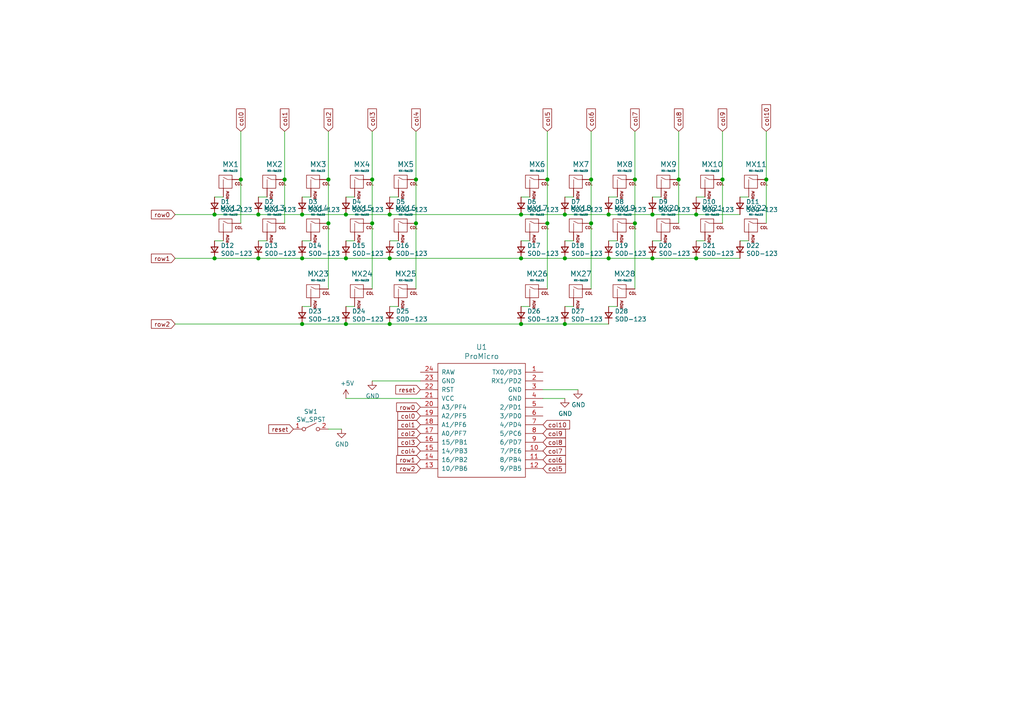
<source format=kicad_sch>
(kicad_sch (version 20211123) (generator eeschema)
  (paper "A4")
  (lib_symbols
    (symbol "MX_Alps_Hybrid:MX-NoLED" (pin_names (offset 1.016))
      (property "Reference" "MX" (at -0.635 3.81 0))
      (property "Value" "MX-NoLED" (at -0.635 1.27 0))
      (symbol "MX-NoLED_0_0"
        (rectangle (start -2.54 2.54) (end 1.27 -1.27))
        (polyline (pts (xy -1.27 -1.27) (xy -1.27 1.27)) (stroke (width 0.127)))
        (polyline (pts (xy 1.27 1.27) (xy 0 1.27) (xy -1.27 1.905)) (stroke (width 0.127)))
        (text "COL" (at 3.175 0 0) (effects (font (size 0.762 0.762))))
        (text "ROW" (at 0 -1.905 900) (effects (font (size 0.762 0.762)) (justify right)))
      )
      (symbol "MX-NoLED_1_1"
        (pin passive line (at 3.81 1.27 180) (length 2.54) (name "COL") (number "1"))
        (pin passive line (at -1.27 -3.81 90) (length 2.54) (name "ROW") (number "2"))
      )
    )
    (symbol "Switch:SW_SPST" (pin_names (offset 0) hide)
      (property "Reference" "SW" (at 0 3.175 0))
      (property "Value" "SW_SPST" (at 0 -2.54 0))
      (symbol "SW_SPST_0_0"
        (circle (center -2.032 0) (radius 0.508))
        (polyline (pts (xy -1.524 0.254) (xy 1.524 1.778)))
        (circle (center 2.032 0) (radius 0.508))
      )
      (symbol "SW_SPST_1_1"
        (pin passive line (at -5.08 0 0) (length 2.54) (name "A") (number "1"))
        (pin passive line (at 5.08 0 180) (length 2.54) (name "B") (number "2"))
      )
    )
    (symbol "keebio:ProMicro" (pin_names (offset 1.016))
      (property "Reference" "U" (at 0 0 0))
      (property "Value" "ProMicro" (at 0 -19.05 0))
      (symbol "ProMicro_0_1"
        (rectangle (start -12.7 -16.51) (end 12.7 16.51))
      )
      (symbol "ProMicro_1_1"
        (pin input line (at -17.78 13.97 0) (length 5.08) (name "TX0/PD3") (number "1"))
        (pin input line (at -17.78 -8.89 0) (length 5.08) (name "7/PE6") (number "10"))
        (pin input line (at -17.78 -11.43 0) (length 5.08) (name "8/PB4") (number "11"))
        (pin input line (at -17.78 -13.97 0) (length 5.08) (name "9/PB5") (number "12"))
        (pin input line (at 17.78 -13.97 180) (length 5.08) (name "10/PB6") (number "13"))
        (pin input line (at 17.78 -11.43 180) (length 5.08) (name "16/PB2") (number "14"))
        (pin input line (at 17.78 -8.89 180) (length 5.08) (name "14/PB3") (number "15"))
        (pin input line (at 17.78 -6.35 180) (length 5.08) (name "15/PB1") (number "16"))
        (pin input line (at 17.78 -3.81 180) (length 5.08) (name "A0/PF7") (number "17"))
        (pin input line (at 17.78 -1.27 180) (length 5.08) (name "A1/PF6") (number "18"))
        (pin input line (at 17.78 1.27 180) (length 5.08) (name "A2/PF5") (number "19"))
        (pin input line (at -17.78 11.43 0) (length 5.08) (name "RX1/PD2") (number "2"))
        (pin input line (at 17.78 3.81 180) (length 5.08) (name "A3/PF4") (number "20"))
        (pin input line (at 17.78 6.35 180) (length 5.08) (name "VCC") (number "21"))
        (pin input line (at 17.78 8.89 180) (length 5.08) (name "RST") (number "22"))
        (pin input line (at 17.78 11.43 180) (length 5.08) (name "GND") (number "23"))
        (pin input line (at 17.78 13.97 180) (length 5.08) (name "RAW") (number "24"))
        (pin input line (at -17.78 8.89 0) (length 5.08) (name "GND") (number "3"))
        (pin input line (at -17.78 6.35 0) (length 5.08) (name "GND") (number "4"))
        (pin input line (at -17.78 3.81 0) (length 5.08) (name "2/PD1") (number "5"))
        (pin input line (at -17.78 1.27 0) (length 5.08) (name "3/PD0") (number "6"))
        (pin input line (at -17.78 -1.27 0) (length 5.08) (name "4/PD4") (number "7"))
        (pin input line (at -17.78 -3.81 0) (length 5.08) (name "5/PC6") (number "8"))
        (pin input line (at -17.78 -6.35 0) (length 5.08) (name "6/PD7") (number "9"))
      )
    )
    (symbol "unisplit_orthosteno-rescue:+5V-power" (power) (pin_names (offset 0))
      (property "Value" "+5V-power" (at 0 3.556 0))
      (symbol "+5V-power_0_1"
        (polyline (pts (xy -0.762 1.27) (xy 0 2.54)))
        (polyline (pts (xy 0 0) (xy 0 2.54)))
        (polyline (pts (xy 0 2.54) (xy 0.762 1.27)))
      )
      (symbol "+5V-power_1_1"
        (pin power_in line (at 0 0 90) (length 0) hide (name "+5V") (number "1"))
      )
    )
    (symbol "unisplit_orthosteno-rescue:D_Small-Device" (pin_numbers hide) (pin_names (offset 0.254) hide)
      (property "Reference" "D" (at -1.27 2.032 0))
      (property "Value" "D_Small-Device" (at -3.81 -2.032 0))
      (symbol "D_Small-Device_0_1"
        (polyline (pts (xy -0.762 -1.016) (xy -0.762 1.016)) (stroke (width 0.254)))
        (polyline (pts (xy -0.762 0) (xy 0.762 0)))
        (polyline (pts (xy 0.762 -1.016) (xy -0.762 0) (xy 0.762 1.016) (xy 0.762 -1.016)) (stroke (width 0.254)))
      )
      (symbol "D_Small-Device_1_1"
        (pin passive line (at -2.54 0 0) (length 1.778) (name "K") (number "1"))
        (pin passive line (at 2.54 0 180) (length 1.778) (name "A") (number "2"))
      )
    )
    (symbol "unisplit_orthosteno-rescue:GND-power" (power) (pin_names (offset 0))
      (property "Value" "GND-power" (at 0 -3.81 0))
      (symbol "GND-power_0_1"
        (polyline (pts (xy 0 0) (xy 0 -1.27) (xy 1.27 -1.27) (xy 0 -2.54) (xy -1.27 -1.27) (xy 0 -1.27)))
      )
      (symbol "GND-power_1_1"
        (pin power_in line (at 0 0 270) (length 0) hide (name "GND") (number "1"))
      )
    )
  )
  (junction (at 201.93 62.23) (diameter 1.016))
  (junction (at 62.23 62.23) (diameter 1.016))
  (junction (at 176.53 74.93) (diameter 1.016))
  (junction (at 201.93 74.93) (diameter 1.016))
  (junction (at 107.95 64.77) (diameter 1.016))
  (junction (at 120.65 52.07) (diameter 1.016))
  (junction (at 113.03 74.93) (diameter 1.016))
  (junction (at 100.33 93.98) (diameter 1.016))
  (junction (at 95.25 52.07) (diameter 1.016))
  (junction (at 74.93 74.93) (diameter 1.016))
  (junction (at 184.15 52.07) (diameter 1.016))
  (junction (at 87.63 74.93) (diameter 1.016))
  (junction (at 120.65 64.77) (diameter 1.016))
  (junction (at 151.13 74.93) (diameter 1.016))
  (junction (at 62.23 74.93) (diameter 1.016))
  (junction (at 163.83 74.93) (diameter 1.016))
  (junction (at 100.33 62.23) (diameter 1.016))
  (junction (at 171.45 52.07) (diameter 1.016))
  (junction (at 163.83 93.98) (diameter 1.016))
  (junction (at 196.85 52.07) (diameter 1.016))
  (junction (at 176.53 62.23) (diameter 1.016))
  (junction (at 100.33 74.93) (diameter 1.016))
  (junction (at 82.55 52.07) (diameter 1.016))
  (junction (at 189.23 74.93) (diameter 1.016))
  (junction (at 113.03 93.98) (diameter 1.016))
  (junction (at 151.13 93.98) (diameter 1.016))
  (junction (at 158.75 52.07) (diameter 1.016))
  (junction (at 151.13 62.23) (diameter 1.016))
  (junction (at 171.45 64.77) (diameter 1.016))
  (junction (at 74.93 62.23) (diameter 1.016))
  (junction (at 158.75 64.77) (diameter 1.016))
  (junction (at 222.25 52.07) (diameter 1.016))
  (junction (at 107.95 52.07) (diameter 1.016))
  (junction (at 209.55 52.07) (diameter 1.016))
  (junction (at 113.03 62.23) (diameter 1.016))
  (junction (at 87.63 62.23) (diameter 1.016))
  (junction (at 95.25 64.77) (diameter 1.016))
  (junction (at 87.63 93.98) (diameter 1.016))
  (junction (at 163.83 62.23) (diameter 1.016))
  (junction (at 69.85 52.07) (diameter 1.016))
  (junction (at 184.15 64.77) (diameter 1.016))
  (junction (at 189.23 62.23) (diameter 1.016))
  (wire (pts (xy 100.33 74.93) (xy 113.03 74.93)))
  (wire (pts (xy 158.75 52.07) (xy 158.75 38.1)))
  (wire (pts (xy 74.93 62.23) (xy 62.23 62.23)))
  (wire (pts (xy 107.95 64.77) (xy 107.95 83.82)))
  (wire (pts (xy 113.03 93.98) (xy 151.13 93.98)))
  (wire (pts (xy 222.25 64.77) (xy 222.25 52.07)))
  (wire (pts (xy 107.95 52.07) (xy 107.95 38.1)))
  (wire (pts (xy 120.65 64.77) (xy 120.65 52.07)))
  (wire (pts (xy 151.13 62.23) (xy 113.03 62.23)))
  (wire (pts (xy 69.85 64.77) (xy 69.85 52.07)))
  (wire (pts (xy 151.13 88.9) (xy 153.67 88.9)))
  (wire (pts (xy 189.23 57.15) (xy 191.77 57.15)))
  (wire (pts (xy 214.63 57.15) (xy 217.17 57.15)))
  (wire (pts (xy 163.83 69.85) (xy 166.37 69.85)))
  (wire (pts (xy 176.53 62.23) (xy 163.83 62.23)))
  (wire (pts (xy 176.53 93.98) (xy 163.83 93.98)))
  (wire (pts (xy 120.65 52.07) (xy 120.65 38.1)))
  (wire (pts (xy 100.33 62.23) (xy 87.63 62.23)))
  (wire (pts (xy 100.33 57.15) (xy 102.87 57.15)))
  (wire (pts (xy 151.13 74.93) (xy 163.83 74.93)))
  (wire (pts (xy 87.63 88.9) (xy 90.17 88.9)))
  (wire (pts (xy 151.13 57.15) (xy 153.67 57.15)))
  (wire (pts (xy 214.63 69.85) (xy 217.17 69.85)))
  (wire (pts (xy 87.63 74.93) (xy 100.33 74.93)))
  (wire (pts (xy 201.93 74.93) (xy 214.63 74.93)))
  (wire (pts (xy 176.53 88.9) (xy 179.07 88.9)))
  (wire (pts (xy 201.93 62.23) (xy 189.23 62.23)))
  (wire (pts (xy 113.03 69.85) (xy 115.57 69.85)))
  (wire (pts (xy 222.25 52.07) (xy 222.25 38.1)))
  (wire (pts (xy 87.63 62.23) (xy 74.93 62.23)))
  (wire (pts (xy 87.63 57.15) (xy 90.17 57.15)))
  (wire (pts (xy 100.33 69.85) (xy 102.87 69.85)))
  (wire (pts (xy 184.15 52.07) (xy 184.15 38.1)))
  (wire (pts (xy 189.23 69.85) (xy 191.77 69.85)))
  (wire (pts (xy 113.03 62.23) (xy 100.33 62.23)))
  (wire (pts (xy 163.83 115.57) (xy 157.48 115.57)))
  (wire (pts (xy 62.23 69.85) (xy 64.77 69.85)))
  (wire (pts (xy 157.48 113.03) (xy 167.64 113.03)))
  (wire (pts (xy 100.33 93.98) (xy 113.03 93.98)))
  (wire (pts (xy 95.25 64.77) (xy 95.25 83.82)))
  (wire (pts (xy 74.93 69.85) (xy 77.47 69.85)))
  (wire (pts (xy 50.8 93.98) (xy 87.63 93.98)))
  (wire (pts (xy 82.55 64.77) (xy 82.55 52.07)))
  (wire (pts (xy 163.83 74.93) (xy 176.53 74.93)))
  (wire (pts (xy 100.33 88.9) (xy 102.87 88.9)))
  (wire (pts (xy 62.23 62.23) (xy 50.8 62.23)))
  (wire (pts (xy 87.63 69.85) (xy 90.17 69.85)))
  (wire (pts (xy 50.8 74.93) (xy 62.23 74.93)))
  (wire (pts (xy 171.45 83.82) (xy 171.45 64.77)))
  (wire (pts (xy 82.55 52.07) (xy 82.55 38.1)))
  (wire (pts (xy 209.55 64.77) (xy 209.55 52.07)))
  (wire (pts (xy 196.85 52.07) (xy 196.85 38.1)))
  (wire (pts (xy 95.25 124.46) (xy 99.06 124.46)))
  (wire (pts (xy 100.33 115.57) (xy 121.92 115.57)))
  (wire (pts (xy 74.93 74.93) (xy 87.63 74.93)))
  (wire (pts (xy 62.23 74.93) (xy 74.93 74.93)))
  (wire (pts (xy 189.23 74.93) (xy 201.93 74.93)))
  (wire (pts (xy 171.45 52.07) (xy 171.45 38.1)))
  (wire (pts (xy 176.53 69.85) (xy 179.07 69.85)))
  (wire (pts (xy 107.95 110.49) (xy 121.92 110.49)))
  (wire (pts (xy 158.75 64.77) (xy 158.75 52.07)))
  (wire (pts (xy 163.83 62.23) (xy 151.13 62.23)))
  (wire (pts (xy 69.85 52.07) (xy 69.85 38.1)))
  (wire (pts (xy 171.45 64.77) (xy 171.45 52.07)))
  (wire (pts (xy 95.25 52.07) (xy 95.25 38.1)))
  (wire (pts (xy 163.83 88.9) (xy 166.37 88.9)))
  (wire (pts (xy 176.53 57.15) (xy 179.07 57.15)))
  (wire (pts (xy 163.83 93.98) (xy 151.13 93.98)))
  (wire (pts (xy 196.85 64.77) (xy 196.85 52.07)))
  (wire (pts (xy 201.93 57.15) (xy 204.47 57.15)))
  (wire (pts (xy 201.93 69.85) (xy 204.47 69.85)))
  (wire (pts (xy 209.55 52.07) (xy 209.55 38.1)))
  (wire (pts (xy 214.63 62.23) (xy 201.93 62.23)))
  (wire (pts (xy 151.13 69.85) (xy 153.67 69.85)))
  (wire (pts (xy 158.75 83.82) (xy 158.75 64.77)))
  (wire (pts (xy 189.23 62.23) (xy 176.53 62.23)))
  (wire (pts (xy 184.15 64.77) (xy 184.15 52.07)))
  (wire (pts (xy 100.33 93.98) (xy 87.63 93.98)))
  (wire (pts (xy 163.83 57.15) (xy 166.37 57.15)))
  (wire (pts (xy 120.65 64.77) (xy 120.65 83.82)))
  (wire (pts (xy 113.03 88.9) (xy 115.57 88.9)))
  (wire (pts (xy 113.03 57.15) (xy 115.57 57.15)))
  (wire (pts (xy 74.93 57.15) (xy 77.47 57.15)))
  (wire (pts (xy 95.25 64.77) (xy 95.25 52.07)))
  (wire (pts (xy 184.15 64.77) (xy 184.15 83.82)))
  (wire (pts (xy 62.23 57.15) (xy 64.77 57.15)))
  (wire (pts (xy 107.95 64.77) (xy 107.95 52.07)))
  (wire (pts (xy 176.53 74.93) (xy 189.23 74.93)))
  (wire (pts (xy 113.03 74.93) (xy 151.13 74.93)))
  (global_label "col6" (shape input) (at 171.45 38.1 90) (property "Intersheet References" "${INTERSHEET_REFS}" (effects hide)))
  (global_label "col0" (shape input) (at 69.85 38.1 90) (property "Intersheet References" "${INTERSHEET_REFS}" (effects hide)))
  (global_label "col2" (shape input) (at 121.92 125.73 180) (property "Intersheet References" "${INTERSHEET_REFS}" (effects hide)))
  (global_label "col9" (shape input) (at 209.55 38.1 90) (property "Intersheet References" "${INTERSHEET_REFS}" (effects hide)))
  (global_label "col3" (shape input) (at 121.92 128.27 180) (property "Intersheet References" "${INTERSHEET_REFS}" (effects hide)))
  (global_label "reset" (shape input) (at 85.09 124.46 180) (property "Intersheet References" "${INTERSHEET_REFS}" (effects hide)))
  (global_label "row1" (shape input) (at 121.92 133.35 180) (property "Intersheet References" "${INTERSHEET_REFS}" (effects hide)))
  (global_label "col5" (shape input) (at 157.48 135.89 0) (property "Intersheet References" "${INTERSHEET_REFS}" (effects hide)))
  (global_label "col5" (shape input) (at 158.75 38.1 90) (property "Intersheet References" "${INTERSHEET_REFS}" (effects hide)))
  (global_label "col4" (shape input) (at 121.92 130.81 180) (property "Intersheet References" "${INTERSHEET_REFS}" (effects hide)))
  (global_label "col0" (shape input) (at 121.92 120.65 180) (property "Intersheet References" "${INTERSHEET_REFS}" (effects hide)))
  (global_label "col2" (shape input) (at 95.25 38.1 90) (property "Intersheet References" "${INTERSHEET_REFS}" (effects hide)))
  (global_label "row0" (shape input) (at 121.92 118.11 180) (property "Intersheet References" "${INTERSHEET_REFS}" (effects hide)))
  (global_label "col7" (shape input) (at 184.15 38.1 90) (property "Intersheet References" "${INTERSHEET_REFS}" (effects hide)))
  (global_label "col1" (shape input) (at 121.92 123.19 180) (property "Intersheet References" "${INTERSHEET_REFS}" (effects hide)))
  (global_label "col8" (shape input) (at 157.48 128.27 0) (property "Intersheet References" "${INTERSHEET_REFS}" (effects hide)))
  (global_label "reset" (shape input) (at 121.92 113.03 180) (property "Intersheet References" "${INTERSHEET_REFS}" (effects hide)))
  (global_label "col6" (shape input) (at 157.48 133.35 0) (property "Intersheet References" "${INTERSHEET_REFS}" (effects hide)))
  (global_label "col10" (shape input) (at 157.48 123.19 0) (property "Intersheet References" "${INTERSHEET_REFS}" (effects hide)))
  (global_label "col10" (shape input) (at 222.25 38.1 90) (property "Intersheet References" "${INTERSHEET_REFS}" (effects hide)))
  (global_label "row0" (shape input) (at 50.8 62.23 180) (property "Intersheet References" "${INTERSHEET_REFS}" (effects hide)))
  (global_label "row2" (shape input) (at 50.8 93.98 180) (property "Intersheet References" "${INTERSHEET_REFS}" (effects hide)))
  (global_label "col8" (shape input) (at 196.85 38.1 90) (property "Intersheet References" "${INTERSHEET_REFS}" (effects hide)))
  (global_label "row1" (shape input) (at 50.8 74.93 180) (property "Intersheet References" "${INTERSHEET_REFS}" (effects hide)))
  (global_label "row2" (shape input) (at 121.92 135.89 180) (property "Intersheet References" "${INTERSHEET_REFS}" (effects hide)))
  (global_label "col7" (shape input) (at 157.48 130.81 0) (property "Intersheet References" "${INTERSHEET_REFS}" (effects hide)))
  (global_label "col1" (shape input) (at 82.55 38.1 90) (property "Intersheet References" "${INTERSHEET_REFS}" (effects hide)))
  (global_label "col4" (shape input) (at 120.65 38.1 90) (property "Intersheet References" "${INTERSHEET_REFS}" (effects hide)))
  (global_label "col3" (shape input) (at 107.95 38.1 90) (property "Intersheet References" "${INTERSHEET_REFS}" (effects hide)))
  (global_label "col9" (shape input) (at 157.48 125.73 0) (property "Intersheet References" "${INTERSHEET_REFS}" (effects hide)))
  (symbol (lib_id "MX_Alps_Hybrid:MX-NoLED") (at 66.04 53.34 0) (unit 1)
    (property "Reference" "MX1" (at 66.8782 47.6758 0) (effects (font (size 1.524 1.524))))
    (property "Value" "MX-NoLED" (at 66.8782 49.5554 0) (effects (font (size 0.508 0.508))))
    (property "Footprint" "Keebio-Parts:MX-Alps-Choc-1U-NoLED" (effects hide))
  )
  (symbol (lib_id "MX_Alps_Hybrid:MX-NoLED") (at 78.74 53.34 0) (unit 1)
    (property "Reference" "MX2" (at 79.5782 47.6758 0) (effects (font (size 1.524 1.524))))
    (property "Value" "MX-NoLED" (at 79.5782 49.5554 0) (effects (font (size 0.508 0.508))))
    (property "Footprint" "Keebio-Parts:MX-Alps-Choc-1U-NoLED" (effects hide))
  )
  (symbol (lib_id "keebio:ProMicro") (at 139.7 121.92 0) (mirror y) (unit 1)
    (property "Reference" "U1" (at 139.7 100.6602 0) (effects (font (size 1.524 1.524))))
    (property "Value" "ProMicro" (at 139.7 103.3526 0) (effects (font (size 1.524 1.524))))
    (property "Footprint" "Keebio-Parts:ArduinoProMicro" (effects hide))
  )
  (symbol (lib_id "MX_Alps_Hybrid:MX-NoLED") (at 91.44 53.34 0) (unit 1)
    (property "Reference" "MX3" (at 92.2782 47.6758 0) (effects (font (size 1.524 1.524))))
    (property "Value" "MX-NoLED" (at 92.2782 49.5554 0) (effects (font (size 0.508 0.508))))
    (property "Footprint" "Keebio-Parts:MX-Alps-Choc-1U-NoLED" (effects hide))
  )
  (symbol (lib_id "MX_Alps_Hybrid:MX-NoLED") (at 116.84 53.34 0) (unit 1)
    (property "Reference" "MX5" (at 117.6782 47.6758 0) (effects (font (size 1.524 1.524))))
    (property "Value" "MX-NoLED" (at 117.6782 49.5554 0) (effects (font (size 0.508 0.508))))
    (property "Footprint" "Keebio-Parts:MX-Alps-Choc-1U-NoLED" (effects hide))
  )
  (symbol (lib_id "MX_Alps_Hybrid:MX-NoLED") (at 104.14 53.34 0) (unit 1)
    (property "Reference" "MX4" (at 104.9782 47.6758 0) (effects (font (size 1.524 1.524))))
    (property "Value" "MX-NoLED" (at 104.9782 49.5554 0) (effects (font (size 0.508 0.508))))
    (property "Footprint" "Keebio-Parts:MX-Alps-Choc-1U-NoLED" (effects hide))
  )
  (symbol (lib_id "MX_Alps_Hybrid:MX-NoLED") (at 78.74 66.04 0) (unit 1)
    (property "Reference" "MX13" (at 79.5782 60.3758 0) (effects (font (size 1.524 1.524))))
    (property "Value" "MX-NoLED" (at 79.5782 62.2554 0) (effects (font (size 0.508 0.508))))
    (property "Footprint" "Keebio-Parts:MX-Alps-Choc-1U-NoLED" (effects hide))
  )
  (symbol (lib_id "MX_Alps_Hybrid:MX-NoLED") (at 66.04 66.04 0) (unit 1)
    (property "Reference" "MX12" (at 66.8782 60.3758 0) (effects (font (size 1.524 1.524))))
    (property "Value" "MX-NoLED" (at 66.8782 62.2554 0) (effects (font (size 0.508 0.508))))
    (property "Footprint" "Keebio-Parts:MX-Alps-Choc-1U-NoLED" (effects hide))
  )
  (symbol (lib_id "MX_Alps_Hybrid:MX-NoLED") (at 91.44 66.04 0) (unit 1)
    (property "Reference" "MX14" (at 92.2782 60.3758 0) (effects (font (size 1.524 1.524))))
    (property "Value" "MX-NoLED" (at 92.2782 62.2554 0) (effects (font (size 0.508 0.508))))
    (property "Footprint" "Keebio-Parts:MX-Alps-Choc-1U-NoLED" (effects hide))
  )
  (symbol (lib_id "MX_Alps_Hybrid:MX-NoLED") (at 116.84 66.04 0) (unit 1)
    (property "Reference" "MX16" (at 117.6782 60.3758 0) (effects (font (size 1.524 1.524))))
    (property "Value" "MX-NoLED" (at 117.6782 62.2554 0) (effects (font (size 0.508 0.508))))
    (property "Footprint" "Keebio-Parts:MX-Alps-Choc-1U-NoLED" (effects hide))
  )
  (symbol (lib_id "MX_Alps_Hybrid:MX-NoLED") (at 104.14 66.04 0) (unit 1)
    (property "Reference" "MX15" (at 104.9782 60.3758 0) (effects (font (size 1.524 1.524))))
    (property "Value" "MX-NoLED" (at 104.9782 62.2554 0) (effects (font (size 0.508 0.508))))
    (property "Footprint" "Keebio-Parts:MX-Alps-Choc-1U-NoLED" (effects hide))
  )
  (symbol (lib_id "MX_Alps_Hybrid:MX-NoLED") (at 91.44 85.09 0) (unit 1)
    (property "Reference" "MX23" (at 92.2782 79.4258 0) (effects (font (size 1.524 1.524))))
    (property "Value" "MX-NoLED" (at 92.2782 81.3054 0) (effects (font (size 0.508 0.508))))
    (property "Footprint" "Keebio-Parts:MX-Alps-Choc-1U-NoLED" (effects hide))
  )
  (symbol (lib_id "MX_Alps_Hybrid:MX-NoLED") (at 104.14 85.09 0) (unit 1)
    (property "Reference" "MX24" (at 104.9782 79.4258 0) (effects (font (size 1.524 1.524))))
    (property "Value" "MX-NoLED" (at 104.9782 81.3054 0) (effects (font (size 0.508 0.508))))
    (property "Footprint" "Keebio-Parts:MX-Alps-Choc-1U-NoLED" (effects hide))
  )
  (symbol (lib_id "MX_Alps_Hybrid:MX-NoLED") (at 167.64 53.34 0) (unit 1)
    (property "Reference" "MX7" (at 168.4782 47.6758 0) (effects (font (size 1.524 1.524))))
    (property "Value" "MX-NoLED" (at 168.4782 49.5554 0) (effects (font (size 0.508 0.508))))
    (property "Footprint" "Keebio-Parts:MX-Alps-Choc-1U-NoLED" (effects hide))
  )
  (symbol (lib_id "MX_Alps_Hybrid:MX-NoLED") (at 154.94 53.34 0) (unit 1)
    (property "Reference" "MX6" (at 155.7782 47.6758 0) (effects (font (size 1.524 1.524))))
    (property "Value" "MX-NoLED" (at 155.7782 49.5554 0) (effects (font (size 0.508 0.508))))
    (property "Footprint" "Keebio-Parts:MX-Alps-Choc-1U-NoLED" (effects hide))
  )
  (symbol (lib_id "MX_Alps_Hybrid:MX-NoLED") (at 180.34 53.34 0) (unit 1)
    (property "Reference" "MX8" (at 181.1782 47.6758 0) (effects (font (size 1.524 1.524))))
    (property "Value" "MX-NoLED" (at 181.1782 49.5554 0) (effects (font (size 0.508 0.508))))
    (property "Footprint" "Keebio-Parts:MX-Alps-Choc-1U-NoLED" (effects hide))
  )
  (symbol (lib_id "MX_Alps_Hybrid:MX-NoLED") (at 205.74 53.34 0) (unit 1)
    (property "Reference" "MX10" (at 206.5782 47.6758 0) (effects (font (size 1.524 1.524))))
    (property "Value" "MX-NoLED" (at 206.5782 49.5554 0) (effects (font (size 0.508 0.508))))
    (property "Footprint" "Keebio-Parts:MX-Alps-Choc-1U-NoLED" (effects hide))
  )
  (symbol (lib_id "MX_Alps_Hybrid:MX-NoLED") (at 193.04 53.34 0) (unit 1)
    (property "Reference" "MX9" (at 193.8782 47.6758 0) (effects (font (size 1.524 1.524))))
    (property "Value" "MX-NoLED" (at 193.8782 49.5554 0) (effects (font (size 0.508 0.508))))
    (property "Footprint" "Keebio-Parts:MX-Alps-Choc-1U-NoLED" (effects hide))
  )
  (symbol (lib_id "MX_Alps_Hybrid:MX-NoLED") (at 167.64 66.04 0) (unit 1)
    (property "Reference" "MX18" (at 168.4782 60.3758 0) (effects (font (size 1.524 1.524))))
    (property "Value" "MX-NoLED" (at 168.4782 62.2554 0) (effects (font (size 0.508 0.508))))
    (property "Footprint" "Keebio-Parts:MX-Alps-Choc-1U-NoLED" (effects hide))
  )
  (symbol (lib_id "MX_Alps_Hybrid:MX-NoLED") (at 154.94 66.04 0) (unit 1)
    (property "Reference" "MX17" (at 155.7782 60.3758 0) (effects (font (size 1.524 1.524))))
    (property "Value" "MX-NoLED" (at 155.7782 62.2554 0) (effects (font (size 0.508 0.508))))
    (property "Footprint" "Keebio-Parts:MX-Alps-Choc-1U-NoLED" (effects hide))
  )
  (symbol (lib_id "MX_Alps_Hybrid:MX-NoLED") (at 180.34 66.04 0) (unit 1)
    (property "Reference" "MX19" (at 181.1782 60.3758 0) (effects (font (size 1.524 1.524))))
    (property "Value" "MX-NoLED" (at 181.1782 62.2554 0) (effects (font (size 0.508 0.508))))
    (property "Footprint" "Keebio-Parts:MX-Alps-Choc-1U-NoLED" (effects hide))
  )
  (symbol (lib_id "MX_Alps_Hybrid:MX-NoLED") (at 205.74 66.04 0) (unit 1)
    (property "Reference" "MX21" (at 206.5782 60.3758 0) (effects (font (size 1.524 1.524))))
    (property "Value" "MX-NoLED" (at 206.5782 62.2554 0) (effects (font (size 0.508 0.508))))
    (property "Footprint" "Keebio-Parts:MX-Alps-Choc-1U-NoLED" (effects hide))
  )
  (symbol (lib_id "MX_Alps_Hybrid:MX-NoLED") (at 193.04 66.04 0) (unit 1)
    (property "Reference" "MX20" (at 193.8782 60.3758 0) (effects (font (size 1.524 1.524))))
    (property "Value" "MX-NoLED" (at 193.8782 62.2554 0) (effects (font (size 0.508 0.508))))
    (property "Footprint" "Keebio-Parts:MX-Alps-Choc-1U-NoLED" (effects hide))
  )
  (symbol (lib_id "MX_Alps_Hybrid:MX-NoLED") (at 154.94 85.09 0) (unit 1)
    (property "Reference" "MX26" (at 155.7782 79.4258 0) (effects (font (size 1.524 1.524))))
    (property "Value" "MX-NoLED" (at 155.7782 81.3054 0) (effects (font (size 0.508 0.508))))
    (property "Footprint" "Keebio-Parts:MX-Alps-Choc-1U-NoLED" (effects hide))
  )
  (symbol (lib_id "MX_Alps_Hybrid:MX-NoLED") (at 167.64 85.09 0) (unit 1)
    (property "Reference" "MX27" (at 168.4782 79.4258 0) (effects (font (size 1.524 1.524))))
    (property "Value" "MX-NoLED" (at 168.4782 81.3054 0) (effects (font (size 0.508 0.508))))
    (property "Footprint" "Keebio-Parts:MX-Alps-Choc-1U-NoLED" (effects hide))
  )
  (symbol (lib_id "MX_Alps_Hybrid:MX-NoLED") (at 218.44 53.34 0) (unit 1)
    (property "Reference" "MX11" (at 219.2782 47.6758 0) (effects (font (size 1.524 1.524))))
    (property "Value" "MX-NoLED" (at 219.2782 49.5554 0) (effects (font (size 0.508 0.508))))
    (property "Footprint" "Keebio-Parts:MX-Alps-Choc-1U-NoLED" (effects hide))
  )
  (symbol (lib_id "MX_Alps_Hybrid:MX-NoLED") (at 218.44 66.04 0) (unit 1)
    (property "Reference" "MX22" (at 219.2782 60.3758 0) (effects (font (size 1.524 1.524))))
    (property "Value" "MX-NoLED" (at 219.2782 62.2554 0) (effects (font (size 0.508 0.508))))
    (property "Footprint" "Keebio-Parts:MX-Alps-Choc-1U-NoLED" (effects hide))
  )
  (symbol (lib_id "unisplit_orthosteno-rescue:D_Small-Device") (at 62.23 59.69 90) (unit 1)
    (property "Reference" "D1" (at 64.008 58.5216 90) (effects (justify right)))
    (property "Value" "SOD-123" (at 64.008 60.833 90) (effects (justify right)))
    (property "Footprint" "Keebio-Parts:D_SOD123" (effects hide))
    (property "LCSC" "C81598" (effects hide))
  )
  (symbol (lib_id "unisplit_orthosteno-rescue:D_Small-Device") (at 62.23 72.39 90) (unit 1)
    (property "Reference" "D12" (at 64.008 71.2216 90) (effects (justify right)))
    (property "Value" "SOD-123" (at 64.008 73.533 90) (effects (justify right)))
    (property "Footprint" "Keebio-Parts:D_SOD123" (effects hide))
    (property "LCSC" "C81598" (effects hide))
  )
  (symbol (lib_id "unisplit_orthosteno-rescue:D_Small-Device") (at 74.93 59.69 90) (unit 1)
    (property "Reference" "D2" (at 76.708 58.5216 90) (effects (justify right)))
    (property "Value" "SOD-123" (at 76.708 60.833 90) (effects (justify right)))
    (property "Footprint" "Keebio-Parts:D_SOD123" (effects hide))
    (property "LCSC" "C81598" (effects hide))
  )
  (symbol (lib_id "unisplit_orthosteno-rescue:D_Small-Device") (at 74.93 72.39 90) (unit 1)
    (property "Reference" "D13" (at 76.708 71.2216 90) (effects (justify right)))
    (property "Value" "SOD-123" (at 76.708 73.533 90) (effects (justify right)))
    (property "Footprint" "Keebio-Parts:D_SOD123" (effects hide))
    (property "LCSC" "C81598" (effects hide))
  )
  (symbol (lib_id "unisplit_orthosteno-rescue:D_Small-Device") (at 87.63 59.69 90) (unit 1)
    (property "Reference" "D3" (at 89.408 58.5216 90) (effects (justify right)))
    (property "Value" "SOD-123" (at 89.408 60.833 90) (effects (justify right)))
    (property "Footprint" "Keebio-Parts:D_SOD123" (effects hide))
    (property "LCSC" "C81598" (effects hide))
  )
  (symbol (lib_id "unisplit_orthosteno-rescue:D_Small-Device") (at 87.63 72.39 90) (unit 1)
    (property "Reference" "D14" (at 89.408 71.2216 90) (effects (justify right)))
    (property "Value" "SOD-123" (at 89.408 73.533 90) (effects (justify right)))
    (property "Footprint" "Keebio-Parts:D_SOD123" (effects hide))
  )
  (symbol (lib_id "unisplit_orthosteno-rescue:D_Small-Device") (at 100.33 59.69 90) (unit 1)
    (property "Reference" "D4" (at 102.108 58.5216 90) (effects (justify right)))
    (property "Value" "SOD-123" (at 102.108 60.833 90) (effects (justify right)))
    (property "Footprint" "Keebio-Parts:D_SOD123" (effects hide))
    (property "LCSC" "C81598" (effects hide))
  )
  (symbol (lib_id "unisplit_orthosteno-rescue:D_Small-Device") (at 100.33 72.39 90) (unit 1)
    (property "Reference" "D15" (at 102.108 71.2216 90) (effects (justify right)))
    (property "Value" "SOD-123" (at 102.108 73.533 90) (effects (justify right)))
    (property "Footprint" "Keebio-Parts:D_SOD123" (effects hide))
    (property "LCSC" "C81598" (effects hide))
  )
  (symbol (lib_id "unisplit_orthosteno-rescue:D_Small-Device") (at 113.03 59.69 90) (unit 1)
    (property "Reference" "D5" (at 114.808 58.5216 90) (effects (justify right)))
    (property "Value" "SOD-123" (at 114.808 60.833 90) (effects (justify right)))
    (property "Footprint" "Keebio-Parts:D_SOD123" (effects hide))
    (property "LCSC" "C81598" (effects hide))
  )
  (symbol (lib_id "unisplit_orthosteno-rescue:D_Small-Device") (at 113.03 72.39 90) (unit 1)
    (property "Reference" "D16" (at 114.808 71.2216 90) (effects (justify right)))
    (property "Value" "SOD-123" (at 114.808 73.533 90) (effects (justify right)))
    (property "Footprint" "Keebio-Parts:D_SOD123" (effects hide))
    (property "LCSC" "C81598" (effects hide))
  )
  (symbol (lib_id "unisplit_orthosteno-rescue:D_Small-Device") (at 151.13 59.69 90) (unit 1)
    (property "Reference" "D6" (at 152.908 58.5216 90) (effects (justify right)))
    (property "Value" "SOD-123" (at 152.908 60.833 90) (effects (justify right)))
    (property "Footprint" "Keebio-Parts:D_SOD123" (effects hide))
    (property "LCSC" "C81598" (effects hide))
  )
  (symbol (lib_id "unisplit_orthosteno-rescue:D_Small-Device") (at 151.13 72.39 90) (unit 1)
    (property "Reference" "D17" (at 152.908 71.2216 90) (effects (justify right)))
    (property "Value" "SOD-123" (at 152.908 73.533 90) (effects (justify right)))
    (property "Footprint" "Keebio-Parts:D_SOD123" (effects hide))
    (property "LCSC" "C81598" (effects hide))
  )
  (symbol (lib_id "unisplit_orthosteno-rescue:D_Small-Device") (at 163.83 59.69 90) (unit 1)
    (property "Reference" "D7" (at 165.608 58.5216 90) (effects (justify right)))
    (property "Value" "SOD-123" (at 165.608 60.833 90) (effects (justify right)))
    (property "Footprint" "Keebio-Parts:D_SOD123" (effects hide))
    (property "LCSC" "C81598" (effects hide))
  )
  (symbol (lib_id "unisplit_orthosteno-rescue:D_Small-Device") (at 163.83 72.39 90) (unit 1)
    (property "Reference" "D18" (at 165.608 71.2216 90) (effects (justify right)))
    (property "Value" "SOD-123" (at 165.608 73.533 90) (effects (justify right)))
    (property "Footprint" "Keebio-Parts:D_SOD123" (effects hide))
    (property "LCSC" "C81598" (effects hide))
  )
  (symbol (lib_id "unisplit_orthosteno-rescue:D_Small-Device") (at 176.53 59.69 90) (unit 1)
    (property "Reference" "D8" (at 178.308 58.5216 90) (effects (justify right)))
    (property "Value" "SOD-123" (at 178.308 60.833 90) (effects (justify right)))
    (property "Footprint" "Keebio-Parts:D_SOD123" (effects hide))
    (property "LCSC" "C81598" (effects hide))
  )
  (symbol (lib_id "unisplit_orthosteno-rescue:D_Small-Device") (at 176.53 72.39 90) (unit 1)
    (property "Reference" "D19" (at 178.308 71.2216 90) (effects (justify right)))
    (property "Value" "SOD-123" (at 178.308 73.533 90) (effects (justify right)))
    (property "Footprint" "Keebio-Parts:D_SOD123" (effects hide))
    (property "LCSC" "C81598" (effects hide))
  )
  (symbol (lib_id "unisplit_orthosteno-rescue:D_Small-Device") (at 189.23 59.69 90) (unit 1)
    (property "Reference" "D9" (at 191.008 58.5216 90) (effects (justify right)))
    (property "Value" "SOD-123" (at 191.008 60.833 90) (effects (justify right)))
    (property "Footprint" "Keebio-Parts:D_SOD123" (effects hide))
    (property "LCSC" "C81598" (effects hide))
  )
  (symbol (lib_id "unisplit_orthosteno-rescue:D_Small-Device") (at 189.23 72.39 90) (unit 1)
    (property "Reference" "D20" (at 191.008 71.2216 90) (effects (justify right)))
    (property "Value" "SOD-123" (at 191.008 73.533 90) (effects (justify right)))
    (property "Footprint" "Keebio-Parts:D_SOD123" (effects hide))
    (property "LCSC" "C81598" (effects hide))
  )
  (symbol (lib_id "unisplit_orthosteno-rescue:D_Small-Device") (at 201.93 59.69 90) (unit 1)
    (property "Reference" "D10" (at 203.708 58.5216 90) (effects (justify right)))
    (property "Value" "SOD-123" (at 203.708 60.833 90) (effects (justify right)))
    (property "Footprint" "Keebio-Parts:D_SOD123" (effects hide))
    (property "LCSC" "C81598" (effects hide))
  )
  (symbol (lib_id "unisplit_orthosteno-rescue:D_Small-Device") (at 201.93 72.39 90) (unit 1)
    (property "Reference" "D21" (at 203.708 71.2216 90) (effects (justify right)))
    (property "Value" "SOD-123" (at 203.708 73.533 90) (effects (justify right)))
    (property "Footprint" "Keebio-Parts:D_SOD123" (effects hide))
    (property "LCSC" "C81598" (effects hide))
  )
  (symbol (lib_id "unisplit_orthosteno-rescue:D_Small-Device") (at 214.63 59.69 90) (unit 1)
    (property "Reference" "D11" (at 216.408 58.5216 90) (effects (justify right)))
    (property "Value" "SOD-123" (at 216.408 60.833 90) (effects (justify right)))
    (property "Footprint" "Keebio-Parts:D_SOD123" (effects hide))
    (property "LCSC" "C81598" (effects hide))
  )
  (symbol (lib_id "unisplit_orthosteno-rescue:D_Small-Device") (at 214.63 72.39 90) (unit 1)
    (property "Reference" "D22" (at 216.408 71.2216 90) (effects (justify right)))
    (property "Value" "SOD-123" (at 216.408 73.533 90) (effects (justify right)))
    (property "Footprint" "Keebio-Parts:D_SOD123" (effects hide))
    (property "LCSC" "C81598" (effects hide))
  )
  (symbol (lib_id "unisplit_orthosteno-rescue:D_Small-Device") (at 87.63 91.44 90) (unit 1)
    (property "Reference" "D23" (at 89.408 90.2716 90) (effects (justify right)))
    (property "Value" "SOD-123" (at 89.408 92.583 90) (effects (justify right)))
    (property "Footprint" "Keebio-Parts:D_SOD123" (effects hide))
    (property "LCSC" "C81598" (effects hide))
  )
  (symbol (lib_id "unisplit_orthosteno-rescue:D_Small-Device") (at 100.33 91.44 90) (unit 1)
    (property "Reference" "D24" (at 102.108 90.2716 90) (effects (justify right)))
    (property "Value" "SOD-123" (at 102.108 92.583 90) (effects (justify right)))
    (property "Footprint" "Keebio-Parts:D_SOD123" (effects hide))
    (property "LCSC" "C81598" (effects hide))
  )
  (symbol (lib_id "unisplit_orthosteno-rescue:D_Small-Device") (at 151.13 91.44 90) (unit 1)
    (property "Reference" "D26" (at 152.908 90.2716 90) (effects (justify right)))
    (property "Value" "SOD-123" (at 152.908 92.583 90) (effects (justify right)))
    (property "Footprint" "Keebio-Parts:D_SOD123" (effects hide))
    (property "LCSC" "C81598" (effects hide))
  )
  (symbol (lib_id "unisplit_orthosteno-rescue:D_Small-Device") (at 163.83 91.44 90) (unit 1)
    (property "Reference" "D27" (at 165.608 90.2716 90) (effects (justify right)))
    (property "Value" "SOD-123" (at 165.608 92.583 90) (effects (justify right)))
    (property "Footprint" "Keebio-Parts:D_SOD123" (effects hide))
    (property "LCSC" "C81598" (effects hide))
  )
  (symbol (lib_id "MX_Alps_Hybrid:MX-NoLED") (at 116.84 85.09 0) (unit 1)
    (property "Reference" "MX25" (at 117.6782 79.4258 0) (effects (font (size 1.524 1.524))))
    (property "Value" "MX-NoLED" (at 117.6782 81.3054 0) (effects (font (size 0.508 0.508))))
    (property "Footprint" "Keebio-Parts:MX-Alps-Choc-1U-NoLED" (effects hide))
  )
  (symbol (lib_id "unisplit_orthosteno-rescue:D_Small-Device") (at 113.03 91.44 90) (unit 1)
    (property "Reference" "D25" (at 114.808 90.2716 90) (effects (justify right)))
    (property "Value" "SOD-123" (at 114.808 92.583 90) (effects (justify right)))
    (property "Footprint" "Keebio-Parts:D_SOD123" (effects hide))
    (property "LCSC" "C81598" (effects hide))
  )
  (symbol (lib_id "MX_Alps_Hybrid:MX-NoLED") (at 180.34 85.09 0) (unit 1)
    (property "Reference" "MX28" (at 181.1782 79.4258 0) (effects (font (size 1.524 1.524))))
    (property "Value" "MX-NoLED" (at 181.1782 81.3054 0) (effects (font (size 0.508 0.508))))
    (property "Footprint" "Keebio-Parts:MX-Alps-Choc-1U-NoLED" (effects hide))
  )
  (symbol (lib_id "unisplit_orthosteno-rescue:D_Small-Device") (at 176.53 91.44 90) (unit 1)
    (property "Reference" "D28" (at 178.308 90.2716 90) (effects (justify right)))
    (property "Value" "SOD-123" (at 178.308 92.583 90) (effects (justify right)))
    (property "Footprint" "Keebio-Parts:D_SOD123" (effects hide))
    (property "LCSC" "C81598" (effects hide))
  )
  (symbol (lib_id "unisplit_orthosteno-rescue:GND-power") (at 107.95 110.49 0) (unit 1)
    (property "Reference" "#PWR0101" (effects hide))
    (property "Value" "GND" (at 108.077 114.8842 0))
  )
  (symbol (lib_id "unisplit_orthosteno-rescue:GND-power") (at 167.64 113.03 0) (unit 1)
    (property "Reference" "#PWR0102" (effects hide))
    (property "Value" "GND" (at 167.767 117.4242 0))
  )
  (symbol (lib_id "unisplit_orthosteno-rescue:GND-power") (at 163.83 115.57 0) (unit 1)
    (property "Reference" "#PWR0103" (effects hide))
    (property "Value" "GND" (at 163.957 119.9642 0))
  )
  (symbol (lib_id "unisplit_orthosteno-rescue:+5V-power") (at 100.33 115.57 0) (unit 1)
    (property "Reference" "#PWR0104" (effects hide))
    (property "Value" "+5V" (at 100.711 111.1758 0))
  )
  (symbol (lib_id "Switch:SW_SPST") (at 90.17 124.46 0) (unit 1)
    (property "Reference" "SW1" (at 90.17 119.3758 0))
    (property "Value" "SW_SPST" (at 90.17 121.6745 0))
    (property "Footprint" "Button_Switch_SMD:SW_SPST_TL3342" (effects hide))
  )
  (symbol (lib_id "unisplit_orthosteno-rescue:GND-power") (at 99.06 124.46 0) (unit 1)
    (property "Reference" "#PWR0105" (effects hide))
    (property "Value" "GND" (at 99.187 128.8542 0))
  )
)
</source>
